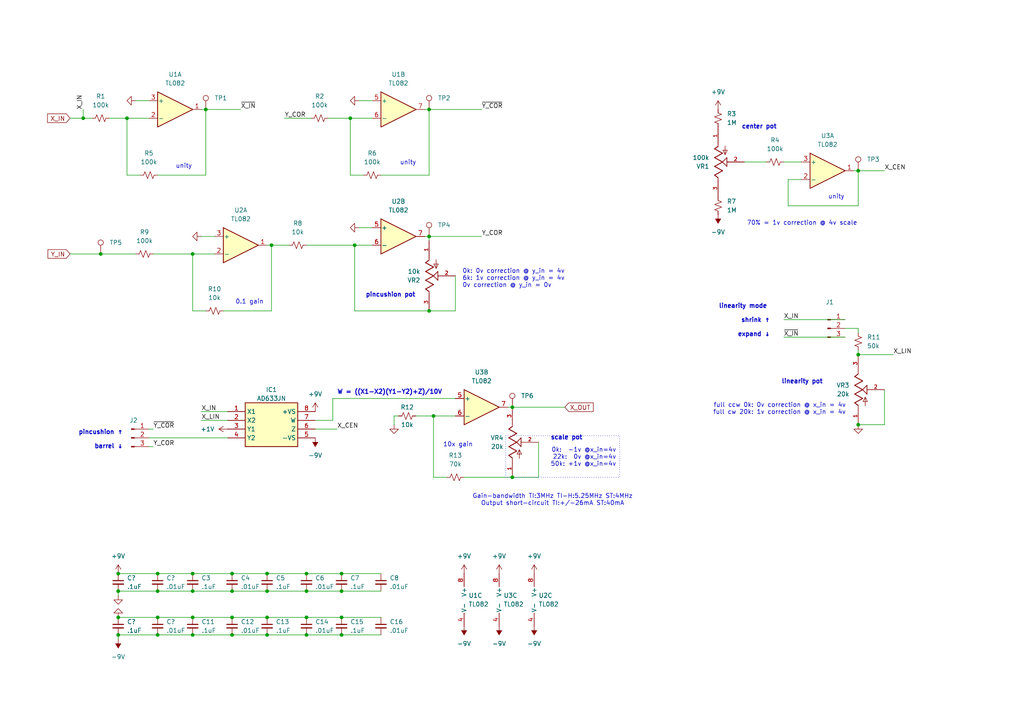
<source format=kicad_sch>
(kicad_sch (version 20231120) (generator "eeschema") (generator_version "8.0")
  (paper "A4")
  (lib_symbols
    (symbol "3362P-1-103LF:3362P-1-103LF" (pin_names (offset 1.016))
      (property "Reference" "VR" (at -10.1818 2.5465 0))
      (property "Value" "3362P-1-103LF" (at -10.1645 -7.6423 0))
      (symbol "3362P-1-103LF_0_0"
        (polyline (pts (xy -5.08 0) (xy -4.572 0)) (stroke (width 0.1524)))
        (polyline (pts (xy -4.699 -2.032) (xy -2.159 -2.032)) (stroke (width 0.1524)))
        (polyline (pts (xy -4.572 0) (xy -3.81 1.016)) (stroke (width 0.254)))
        (polyline (pts (xy -3.81 1.016) (xy -2.54 -1.27)) (stroke (width 0.254)))
        (polyline (pts (xy -3.429 -2.667) (xy -3.429 -1.397)) (stroke (width 0.1524)))
        (polyline (pts (xy -3.429 -1.397) (xy -2.159 -2.032)) (stroke (width 0.1524)))
        (polyline (pts (xy -2.54 -1.27) (xy -1.27 1.016)) (stroke (width 0.254)))
        (polyline (pts (xy -2.159 -2.032) (xy -3.429 -2.667)) (stroke (width 0.1524)))
        (polyline (pts (xy -1.27 -2.54) (xy 0 -1.27)) (stroke (width 0.2032)))
        (polyline (pts (xy -1.27 1.016) (xy 0 -1.27)) (stroke (width 0.254)))
        (polyline (pts (xy 0 -1.27) (xy 1.27 -2.54)) (stroke (width 0.2032)))
        (polyline (pts (xy 0 -1.27) (xy 1.27 1.016)) (stroke (width 0.254)))
        (polyline (pts (xy 1.27 -2.54) (xy -1.27 -2.54)) (stroke (width 0.2032)))
        (polyline (pts (xy 1.27 1.016) (xy 2.54 -1.27)) (stroke (width 0.254)))
        (polyline (pts (xy 2.54 -1.27) (xy 3.81 1.016)) (stroke (width 0.254)))
        (polyline (pts (xy 3.81 1.016) (xy 4.572 0)) (stroke (width 0.254)))
        (polyline (pts (xy 4.572 0) (xy 5.08 0)) (stroke (width 0.1524)))
        (pin passive line (at -10.16 0 0) (length 5.08) (name "~") (number "1"))
        (pin passive line (at 0 -7.62 90) (length 5.08) (name "~") (number "2"))
        (pin passive line (at 10.16 0 180) (length 5.08) (name "~") (number "3"))
      )
    )
    (symbol "AD633JN:AD633JN"
      (property "Reference" "IC" (at 21.59 7.62 0))
      (property "Value" "AD633JN" (at 21.59 5.08 0))
      (symbol "AD633JN_1_1"
        (rectangle (start 5.08 2.54) (end 20.32 -10.16) (stroke (width 0.254)) (fill (type background)))
        (pin passive line (at 0 0 0) (length 5.08) (name "X1") (number "1"))
        (pin passive line (at 0 -2.54 0) (length 5.08) (name "X2") (number "2"))
        (pin passive line (at 0 -5.08 0) (length 5.08) (name "Y1") (number "3"))
        (pin passive line (at 0 -7.62 0) (length 5.08) (name "Y2") (number "4"))
        (pin passive line (at 25.4 -7.62 180) (length 5.08) (name "-VS") (number "5"))
        (pin passive line (at 25.4 -5.08 180) (length 5.08) (name "Z") (number "6"))
        (pin passive line (at 25.4 -2.54 180) (length 5.08) (name "W") (number "7"))
        (pin passive line (at 25.4 0 180) (length 5.08) (name "+VS") (number "8"))
      )
    )
    (symbol "Amplifier_Operational:TL082" (pin_names (offset 0.127))
      (property "Reference" "U" (at 0 5.08 0))
      (property "Value" "TL082" (at 0 -5.08 0))
      (symbol "TL082_1_1"
        (polyline (pts (xy -5.08 5.08) (xy 5.08 0) (xy -5.08 -5.08) (xy -5.08 5.08)) (stroke (width 0.254)) (fill (type background)))
        (pin output line (at 7.62 0 180) (length 2.54) (name "~") (number "1"))
        (pin input line (at -7.62 -2.54 0) (length 2.54) (name "-") (number "2"))
        (pin input line (at -7.62 2.54 0) (length 2.54) (name "+") (number "3"))
      )
      (symbol "TL082_2_1"
        (polyline (pts (xy -5.08 5.08) (xy 5.08 0) (xy -5.08 -5.08) (xy -5.08 5.08)) (stroke (width 0.254)) (fill (type background)))
        (pin input line (at -7.62 2.54 0) (length 2.54) (name "+") (number "5"))
        (pin input line (at -7.62 -2.54 0) (length 2.54) (name "-") (number "6"))
        (pin output line (at 7.62 0 180) (length 2.54) (name "~") (number "7"))
      )
      (symbol "TL082_3_1"
        (pin power_in line (at -2.54 -7.62 90) (length 3.81) (name "V-") (number "4"))
        (pin power_in line (at -2.54 7.62 270) (length 3.81) (name "V+") (number "8"))
      )
    )
    (symbol "Connector:Conn_01x03_Male" (pin_names (offset 1.016) hide)
      (property "Reference" "J" (at 0 5.08 0))
      (property "Value" "Conn_01x03_Male" (at 0 -5.08 0))
      (symbol "Conn_01x03_Male_1_1"
        (polyline (pts (xy 1.27 -2.54) (xy 0.8636 -2.54)) (stroke (width 0.1524)))
        (polyline (pts (xy 1.27 0) (xy 0.8636 0)) (stroke (width 0.1524)))
        (polyline (pts (xy 1.27 2.54) (xy 0.8636 2.54)) (stroke (width 0.1524)))
        (rectangle (start 0.8636 -2.413) (end 0 -2.667) (stroke (width 0.1524)) (fill (type outline)))
        (rectangle (start 0.8636 0.127) (end 0 -0.127) (stroke (width 0.1524)) (fill (type outline)))
        (rectangle (start 0.8636 2.667) (end 0 2.413) (stroke (width 0.1524)) (fill (type outline)))
        (pin passive line (at 5.08 2.54 180) (length 3.81) (name "Pin_1") (number "1"))
        (pin passive line (at 5.08 0 180) (length 3.81) (name "Pin_2") (number "2"))
        (pin passive line (at 5.08 -2.54 180) (length 3.81) (name "Pin_3") (number "3"))
      )
    )
    (symbol "Connector:TestPoint" (pin_numbers hide) (pin_names (offset 0.762) hide)
      (property "Reference" "TP" (at 0 6.858 0))
      (property "Value" "TestPoint" (at 0 5.08 0))
      (symbol "TestPoint_0_1"
        (circle (center 0 3.302) (radius 0.762))
      )
      (symbol "TestPoint_1_1"
        (pin passive line (at 0 0 90) (length 2.54) (name "1") (number "1"))
      )
    )
    (symbol "Device:C_Small" (pin_numbers hide) (pin_names (offset 0.254) hide)
      (property "Reference" "C" (at 0.254 1.778 0))
      (property "Value" "C_Small" (at 0.254 -2.032 0))
      (symbol "C_Small_0_1"
        (polyline (pts (xy -1.524 -0.508) (xy 1.524 -0.508)) (stroke (width 0.3302)))
        (polyline (pts (xy -1.524 0.508) (xy 1.524 0.508)) (stroke (width 0.3048)))
      )
      (symbol "C_Small_1_1"
        (pin passive line (at 0 2.54 270) (length 2.032) (name "~") (number "1"))
        (pin passive line (at 0 -2.54 90) (length 2.032) (name "~") (number "2"))
      )
    )
    (symbol "Device:R_Small_US" (pin_numbers hide) (pin_names (offset 0.254) hide)
      (property "Reference" "R" (at 0.762 0.508 0))
      (property "Value" "R_Small_US" (at 0.762 -1.016 0))
      (symbol "R_Small_US_1_1"
        (polyline (pts (xy 0 0) (xy 1.016 -0.381) (xy 0 -0.762) (xy -1.016 -1.143) (xy 0 -1.524)))
        (polyline (pts (xy 0 1.524) (xy 1.016 1.143) (xy 0 0.762) (xy -1.016 0.381) (xy 0 0)))
        (pin passive line (at 0 2.54 270) (length 1.016) (name "~") (number "1"))
        (pin passive line (at 0 -2.54 90) (length 1.016) (name "~") (number "2"))
      )
    )
    (symbol "power:+1V0" (power) (pin_numbers hide) (pin_names (offset 0) hide)
      (property "Value" "+1V0" (at 0 3.556 0))
      (symbol "+1V0_0_1"
        (polyline (pts (xy -0.762 1.27) (xy 0 2.54)))
        (polyline (pts (xy 0 0) (xy 0 2.54)))
        (polyline (pts (xy 0 2.54) (xy 0.762 1.27)))
      )
      (symbol "+1V0_1_1"
        (pin power_in line (at 0 0 90) (length 0) (name "~") (number "1"))
      )
    )
    (symbol "power:+9V" (power) (pin_numbers hide) (pin_names (offset 0) hide)
      (property "Value" "+9V" (at 0 3.556 0))
      (symbol "+9V_0_1"
        (polyline (pts (xy -0.762 1.27) (xy 0 2.54)))
        (polyline (pts (xy 0 0) (xy 0 2.54)))
        (polyline (pts (xy 0 2.54) (xy 0.762 1.27)))
      )
      (symbol "+9V_1_1"
        (pin power_in line (at 0 0 90) (length 0) (name "~") (number "1"))
      )
    )
    (symbol "power:-9V" (power) (pin_numbers hide) (pin_names (offset 0) hide)
      (property "Value" "-9V" (at 0 3.556 0))
      (symbol "-9V_0_1"
        (polyline (pts (xy 0 0) (xy 0 2.54)))
        (polyline (pts (xy 0.762 1.27) (xy -0.762 1.27) (xy 0 2.54) (xy 0.762 1.27)) (fill (type outline)))
      )
      (symbol "-9V_1_1"
        (pin power_in line (at 0 0 90) (length 0) (name "~") (number "1"))
      )
    )
    (symbol "power:GND" (power) (pin_names (offset 0))
      (property "Value" "GND" (at 0 -3.81 0))
      (symbol "GND_0_1"
        (polyline (pts (xy 0 0) (xy 0 -1.27) (xy 1.27 -1.27) (xy 0 -2.54) (xy -1.27 -1.27) (xy 0 -1.27)))
      )
      (symbol "GND_1_1"
        (pin power_in line (at 0 0 270) (length 0) hide (name "GND") (number "1"))
      )
    )
  )
  (junction (at 124.46 90.17))
  (junction (at 34.29 179.07))
  (junction (at 45.72 171.45))
  (junction (at 148.59 118.11))
  (junction (at 67.31 184.15))
  (junction (at 99.06 166.37))
  (junction (at 55.88 166.37))
  (junction (at 36.83 34.29))
  (junction (at 124.46 68.58))
  (junction (at 248.92 123.19))
  (junction (at 101.6 34.29))
  (junction (at 55.88 184.15))
  (junction (at 88.9 166.37))
  (junction (at 148.59 138.43))
  (junction (at 45.72 166.37))
  (junction (at 34.29 171.45))
  (junction (at 67.31 179.07))
  (junction (at 45.72 184.15))
  (junction (at 99.06 184.15))
  (junction (at 77.47 184.15))
  (junction (at 45.72 179.07))
  (junction (at 24.13 34.29))
  (junction (at 55.88 171.45))
  (junction (at 124.46 31.75))
  (junction (at 102.87 71.12))
  (junction (at 248.92 49.53))
  (junction (at 77.47 166.37))
  (junction (at 67.31 166.37))
  (junction (at 59.69 31.75))
  (junction (at 88.9 171.45))
  (junction (at 34.29 166.37))
  (junction (at 78.74 71.12))
  (junction (at 55.88 73.66))
  (junction (at 34.29 184.15))
  (junction (at 77.47 171.45))
  (junction (at 77.47 179.07))
  (junction (at 99.06 179.07))
  (junction (at 55.88 179.07))
  (junction (at 88.9 179.07))
  (junction (at 125.73 120.65))
  (junction (at 88.9 184.15))
  (junction (at 29.21 73.66))
  (junction (at 248.92 102.87))
  (junction (at 99.06 171.45))
  (junction (at 67.31 171.45))
  (wire (pts (xy 39.37 29.21) (xy 43.18 29.21)))
  (wire (pts (xy 110.49 50.8) (xy 124.46 50.8)))
  (wire (pts (xy 44.45 129.54) (xy 43.18 129.54)))
  (wire (pts (xy 67.31 171.45) (xy 77.47 171.45)))
  (wire (pts (xy 55.88 184.15) (xy 67.31 184.15)))
  (wire (pts (xy 102.87 71.12) (xy 102.87 90.17)))
  (wire (pts (xy 67.31 166.37) (xy 77.47 166.37)))
  (wire (pts (xy 67.31 184.15) (xy 77.47 184.15)))
  (wire (pts (xy 31.75 34.29) (xy 36.83 34.29)))
  (wire (pts (xy 114.3 120.65) (xy 114.3 123.19)))
  (wire (pts (xy 96.52 115.57) (xy 132.08 115.57)))
  (wire (pts (xy 34.29 184.15) (xy 34.29 185.42)))
  (wire (pts (xy 124.46 69.85) (xy 124.46 68.58)))
  (wire (pts (xy 36.83 34.29) (xy 43.18 34.29)))
  (wire (pts (xy 132.08 90.17) (xy 124.46 90.17)))
  (wire (pts (xy 228.6 52.07) (xy 232.41 52.07)))
  (wire (pts (xy 78.74 71.12) (xy 77.47 71.12)))
  (wire (pts (xy 45.72 171.45) (xy 55.88 171.45)))
  (wire (pts (xy 77.47 171.45) (xy 88.9 171.45)))
  (wire (pts (xy 248.92 102.87) (xy 248.92 101.6)))
  (wire (pts (xy 67.31 179.07) (xy 77.47 179.07)))
  (wire (pts (xy 248.92 49.53) (xy 247.65 49.53)))
  (wire (pts (xy 248.92 59.69) (xy 248.92 49.53)))
  (wire (pts (xy 78.74 71.12) (xy 83.82 71.12)))
  (wire (pts (xy 82.55 34.29) (xy 90.17 34.29)))
  (wire (pts (xy 91.44 124.46) (xy 97.79 124.46)))
  (wire (pts (xy 102.87 90.17) (xy 124.46 90.17)))
  (wire (pts (xy 24.13 31.75) (xy 24.13 34.29)))
  (wire (pts (xy 124.46 68.58) (xy 123.19 68.58)))
  (wire (pts (xy 99.06 171.45) (xy 110.49 171.45)))
  (wire (pts (xy 104.14 66.04) (xy 107.95 66.04)))
  (wire (pts (xy 58.42 68.58) (xy 62.23 68.58)))
  (wire (pts (xy 248.92 49.53) (xy 256.54 49.53)))
  (wire (pts (xy 77.47 166.37) (xy 88.9 166.37)))
  (wire (pts (xy 45.72 166.37) (xy 55.88 166.37)))
  (wire (pts (xy 24.13 34.29) (xy 26.67 34.29)))
  (wire (pts (xy 34.29 179.07) (xy 45.72 179.07)))
  (wire (pts (xy 124.46 68.58) (xy 139.7 68.58)))
  (wire (pts (xy 132.08 80.01) (xy 132.08 90.17)))
  (wire (pts (xy 64.77 90.17) (xy 78.74 90.17)))
  (wire (pts (xy 156.21 128.27) (xy 156.21 138.43)))
  (wire (pts (xy 99.06 166.37) (xy 110.49 166.37)))
  (wire (pts (xy 55.88 179.07) (xy 67.31 179.07)))
  (wire (pts (xy 104.14 29.21) (xy 107.95 29.21)))
  (wire (pts (xy 44.45 124.46) (xy 43.18 124.46)))
  (wire (pts (xy 44.45 73.66) (xy 55.88 73.66)))
  (wire (pts (xy 156.21 138.43) (xy 148.59 138.43)))
  (wire (pts (xy 59.69 90.17) (xy 55.88 90.17)))
  (wire (pts (xy 88.9 71.12) (xy 102.87 71.12)))
  (wire (pts (xy 59.69 31.75) (xy 59.69 50.8)))
  (wire (pts (xy 34.29 171.45) (xy 45.72 171.45)))
  (wire (pts (xy 55.88 171.45) (xy 67.31 171.45)))
  (wire (pts (xy 78.74 90.17) (xy 78.74 71.12)))
  (wire (pts (xy 88.9 166.37) (xy 99.06 166.37)))
  (wire (pts (xy 248.92 95.25) (xy 248.92 96.52)))
  (wire (pts (xy 124.46 31.75) (xy 139.7 31.75)))
  (wire (pts (xy 88.9 179.07) (xy 99.06 179.07)))
  (wire (pts (xy 45.72 184.15) (xy 55.88 184.15)))
  (wire (pts (xy 77.47 179.07) (xy 88.9 179.07)))
  (wire (pts (xy 124.46 31.75) (xy 123.19 31.75)))
  (wire (pts (xy 215.9 46.99) (xy 222.25 46.99)))
  (wire (pts (xy 99.06 184.15) (xy 110.49 184.15)))
  (wire (pts (xy 88.9 171.45) (xy 99.06 171.45)))
  (wire (pts (xy 120.65 120.65) (xy 125.73 120.65)))
  (wire (pts (xy 99.06 179.07) (xy 110.49 179.07)))
  (wire (pts (xy 125.73 120.65) (xy 132.08 120.65)))
  (wire (pts (xy 148.59 118.11) (xy 147.32 118.11)))
  (wire (pts (xy 228.6 52.07) (xy 228.6 59.69)))
  (wire (pts (xy 101.6 34.29) (xy 101.6 50.8)))
  (wire (pts (xy 88.9 184.15) (xy 99.06 184.15)))
  (wire (pts (xy 45.72 179.07) (xy 55.88 179.07)))
  (wire (pts (xy 227.33 46.99) (xy 232.41 46.99)))
  (wire (pts (xy 95.25 34.29) (xy 101.6 34.29)))
  (wire (pts (xy 148.59 118.11) (xy 163.83 118.11)))
  (wire (pts (xy 124.46 50.8) (xy 124.46 31.75)))
  (wire (pts (xy 34.29 171.45) (xy 34.29 172.72)))
  (wire (pts (xy 55.88 73.66) (xy 62.23 73.66)))
  (wire (pts (xy 245.11 95.25) (xy 248.92 95.25)))
  (wire (pts (xy 102.87 71.12) (xy 107.95 71.12)))
  (wire (pts (xy 129.54 138.43) (xy 125.73 138.43)))
  (wire (pts (xy 55.88 166.37) (xy 67.31 166.37)))
  (wire (pts (xy 43.18 127) (xy 66.04 127)))
  (wire (pts (xy 58.42 119.38) (xy 66.04 119.38)))
  (wire (pts (xy 77.47 184.15) (xy 88.9 184.15)))
  (wire (pts (xy 227.33 97.79) (xy 245.11 97.79)))
  (wire (pts (xy 59.69 31.75) (xy 69.85 31.75)))
  (wire (pts (xy 96.52 121.92) (xy 96.52 115.57)))
  (wire (pts (xy 59.69 31.75) (xy 58.42 31.75)))
  (wire (pts (xy 34.29 166.37) (xy 45.72 166.37)))
  (wire (pts (xy 125.73 120.65) (xy 125.73 138.43)))
  (wire (pts (xy 36.83 34.29) (xy 36.83 50.8)))
  (wire (pts (xy 227.33 92.71) (xy 245.11 92.71)))
  (wire (pts (xy 40.64 50.8) (xy 36.83 50.8)))
  (wire (pts (xy 20.32 73.66) (xy 29.21 73.66)))
  (wire (pts (xy 55.88 73.66) (xy 55.88 90.17)))
  (wire (pts (xy 58.42 121.92) (xy 66.04 121.92)))
  (wire (pts (xy 115.57 120.65) (xy 114.3 120.65)))
  (wire (pts (xy 248.92 102.87) (xy 259.08 102.87)))
  (wire (pts (xy 29.21 73.66) (xy 39.37 73.66)))
  (wire (pts (xy 45.72 50.8) (xy 59.69 50.8)))
  (wire (pts (xy 20.32 34.29) (xy 24.13 34.29)))
  (wire (pts (xy 256.54 113.03) (xy 256.54 123.19)))
  (wire (pts (xy 256.54 123.19) (xy 248.92 123.19)))
  (wire (pts (xy 101.6 34.29) (xy 107.95 34.29)))
  (wire (pts (xy 34.29 184.15) (xy 45.72 184.15)))
  (wire (pts (xy 91.44 121.92) (xy 96.52 121.92)))
  (wire (pts (xy 105.41 50.8) (xy 101.6 50.8)))
  (wire (pts (xy 228.6 59.69) (xy 248.92 59.69)))
  (wire (pts (xy 134.62 138.43) (xy 148.59 138.43)))
  (text_box "0k:  -1v @x_in=4v\n22k:  0v @x_in=4v\n50k: +1v @x_in=4v\n" (at 146.685 126.365 0) (size 33.02 12.065) (stroke (width 0) (type dot)) (effects (font (size 1.27 1.27)) (justify right)))
  (text "linearity pot" (at 232.664 110.744 0) (effects (font (size 1.27 1.27) (thickness 0.254) (bold yes))))
  (text "W = ((X1−X2)(Y1−Y2)+Z)/10V" (at 113.03 113.792 0) (effects (font (size 1.27 1.27) (thickness 0.254) (bold yes))))
  (text "0.1 gain" (at 72.39 87.63 0) (effects (font (size 1.27 1.27))))
  (text "Gain-bandwidth TI:3MHz TI-H:5.25MHz ST:4MHz\nOutput short-circuit TI:+/-26mA ST:40mA" (at 160.274 145.034 0) (effects (font (size 1.27 1.27))))
  (text "linearity mode \n\nshrink ↑\n\nexpand ↓" (at 223.52 92.964 0) (effects (font (size 1.27 1.27) (thickness 0.254) (bold yes)) (justify right)))
  (text "scale pot" (at 164.338 127 0) (effects (font (size 1.27 1.27) (thickness 0.254) (bold yes))))
  (text "pincushion ↑\n\nbarrel ↓" (at 35.814 127.508 0) (effects (font (size 1.27 1.27) (thickness 0.254) (bold yes)) (justify right)))
  (text "unity" (at 53.34 48.26 0) (effects (font (size 1.27 1.27))))
  (text "unity" (at 118.364 47.244 0) (effects (font (size 1.27 1.27))))
  (text "pincushion pot" (at 113.284 85.598 0) (effects (font (size 1.27 1.27) (thickness 0.254) (bold yes))))
  (text "full ccw 0k: 0v correction @ x_in = 4v\nfull cw 20k: 1v correction @ x_in = 4v\n" (at 245.364 118.618 0) (effects (font (size 1.27 1.27)) (justify right)))
  (text "center pot\n" (at 220.218 36.83 0) (effects (font (size 1.27 1.27) (thickness 0.254) (bold yes))))
  (text "unity" (at 242.57 57.15 0) (effects (font (size 1.27 1.27))))
  (text "0k: 0v correction @ y_in = 4v\n6k: 1v correction @ y_in = 4v\n0v correction @ y_in = 0v\n" (at 134.112 80.772 0) (effects (font (size 1.27 1.27)) (justify left)))
  (text "70% = 1v correction @ 4v scale\n" (at 248.666 64.77 0) (effects (font (size 1.27 1.27)) (justify right)))
  (text "10x gain" (at 132.842 129.032 0) (effects (font (size 1.27 1.27))))
  (label "~{X_IN}" (at 227.33 97.79 0))
  (label "Y_COR" (at 44.45 129.54 0))
  (label "Y_COR" (at 139.7 68.58 0))
  (label "X_LIN" (at 58.42 121.92 0))
  (label "Y_COR" (at 82.55 34.29 0))
  (label "X_IN" (at 58.42 119.38 0))
  (label "~{X_IN}" (at 69.85 31.75 0))
  (label "~{Y_COR}" (at 139.7 31.75 0))
  (label "X_IN" (at 24.13 31.75 90))
  (label "X_IN" (at 227.33 92.71 0))
  (label "~{Y_COR}" (at 44.45 124.46 0))
  (label "X_CEN" (at 256.54 49.53 0))
  (label "X_LIN" (at 259.08 102.87 0))
  (label "X_CEN" (at 97.79 124.46 0))
  (global_label "X_IN" (shape input) (at 20.32 34.29 180) (property "Intersheetrefs" "${INTERSHEET_REFS}" (effects (hide yes))))
  (global_label "X_OUT" (shape input) (at 163.83 118.11 0) (property "Intersheetrefs" "${INTERSHEET_REFS}" (effects (hide yes))))
  (global_label "Y_IN" (shape input) (at 20.32 73.66 180) (property "Intersheetrefs" "${INTERSHEET_REFS}" (effects (hide yes))))
  (symbol (lib_id "Connector:TestPoint") (at 148.59 118.11 0) (unit 1) (exclude_from_sim yes)
    (property "Reference" "TP6" (at 151.13 114.8079 0) (effects (justify left)))
    (property "Value" "TestPoint" (effects (hide yes)))
    (property "Footprint" "TestPoint:TestPoint_THTPad_1.0x1.0mm_Drill0.5mm" (effects (hide yes)))
    (property "Description" "test point" (effects (hide yes)))
  )
  (symbol (lib_id "power:GND") (at 114.3 123.19 0) (unit 1) (exclude_from_sim yes)
    (property "Reference" "#PWR08" (effects (hide yes)))
    (property "Value" "GND" (effects (hide yes)))
  )
  (symbol (lib_id "Device:C_Small") (at 77.47 168.91 0) (unit 1) (exclude_from_sim yes)
    (property "Reference" "C5" (at 80.01 167.6462 0) (effects (justify left)))
    (property "Value" ".1uF" (at 80.01 170.1862 0) (effects (justify left)))
    (property "Footprint" "Capacitor_THT:C_Rect_L4.6mm_W2.0mm_P2.50mm_MKS02_FKP02" (effects (hide yes)))
  )
  (symbol (lib_id "Device:C_Small") (at 67.31 168.91 0) (unit 1) (exclude_from_sim yes)
    (property "Reference" "C4" (at 69.85 167.6462 0) (effects (justify left)))
    (property "Value" ".01uF" (at 69.85 170.1862 0) (effects (justify left)))
    (property "Footprint" "Capacitor_THT:C_Rect_L4.6mm_W2.0mm_P2.50mm_MKS02_FKP02" (effects (hide yes)))
  )
  (symbol (lib_id "Amplifier_Operational:TL082") (at 50.8 31.75 0) (unit 1) (exclude_from_sim yes)
    (property "Reference" "U1" (at 50.8 21.59 0))
    (property "Value" "TL082" (at 50.8 24.13 0))
    (property "Footprint" "Package_DIP:DIP-8_W7.62mm_Socket" (effects (hide yes)))
    (property "Datasheet" "http://www.ti.com/lit/ds/symlink/tl081.pdf" (effects (hide yes)))
    (property "Description" "Dual JFET-Input Operational Amplifiers, DIP-8/SOIC-8/SSOP-8" (effects (hide yes)))
    (property "Sim.Pins" "3=in+ 2=in- 8=vcc 4=vee 1=out" (effects (hide yes)))
    (property "Sim.Device" "SUBCKT" (effects (hide yes)))
    (property "Sim.Library" "${KICAD7_SYMBOL_DIR}/Simulation_SPICE.sp" (effects (hide yes)))
    (property "Sim.Name" "kicad_builtin_opamp" (effects (hide yes)))
  )
  (symbol (lib_id "Amplifier_Operational:TL082") (at 240.03 49.53 0) (unit 1) (exclude_from_sim yes)
    (property "Reference" "U3" (at 240.03 39.37 0))
    (property "Value" "TL082" (at 240.03 41.91 0))
    (property "Footprint" "Package_DIP:DIP-8_W7.62mm_Socket" (effects (hide yes)))
    (property "Datasheet" "http://www.ti.com/lit/ds/symlink/tl081.pdf" (effects (hide yes)))
    (property "Description" "Dual JFET-Input Operational Amplifiers, DIP-8/SOIC-8/SSOP-8" (effects (hide yes)))
    (property "Sim.Pins" "3=in+ 2=in- 8=vcc 4=vee 1=out" (effects (hide yes)))
    (property "Sim.Device" "SUBCKT" (effects (hide yes)))
    (property "Sim.Library" "${KICAD7_SYMBOL_DIR}/Simulation_SPICE.sp" (effects (hide yes)))
    (property "Sim.Name" "kicad_builtin_opamp" (effects (hide yes)))
  )
  (symbol (lib_id "power:+9V") (at 34.29 166.37 0) (unit 1) (exclude_from_sim yes)
    (property "Reference" "#PWR012" (effects (hide yes)))
    (property "Value" "+9V" (at 34.29 161.29 0))
    (property "Description" "Power symbol creates a global label with name \"+9V\"" (effects (hide yes)))
  )
  (symbol (lib_id "power:GND") (at 104.14 29.21 270) (unit 1) (exclude_from_sim yes)
    (property "Reference" "#PWR02" (effects (hide yes)))
    (property "Value" "GND" (effects (hide yes)))
  )
  (symbol (lib_id "power:-9V") (at 134.62 181.61 180) (unit 1) (exclude_from_sim yes)
    (property "Reference" "#PWR018" (effects (hide yes)))
    (property "Value" "-9V" (at 134.62 186.69 0))
    (property "Description" "Power symbol creates a global label with name \"-9V\"" (effects (hide yes)))
  )
  (symbol (lib_id "Connector:TestPoint") (at 248.92 49.53 0) (unit 1) (exclude_from_sim yes)
    (property "Reference" "TP3" (at 251.46 46.2279 0) (effects (justify left)))
    (property "Value" "TestPoint" (effects (hide yes)))
    (property "Footprint" "TestPoint:TestPoint_THTPad_1.0x1.0mm_Drill0.5mm" (effects (hide yes)))
    (property "Description" "test point" (effects (hide yes)))
  )
  (symbol (lib_id "Device:R_Small_US") (at 208.28 59.69 180) (unit 1) (exclude_from_sim yes)
    (property "Reference" "R7" (at 210.82 58.4199 0) (effects (justify right)))
    (property "Value" "1M" (at 210.82 60.9599 0) (effects (justify right)))
    (property "Footprint" "Resistor_THT:R_Axial_DIN0207_L6.3mm_D2.5mm_P10.16mm_Horizontal" (effects (hide yes)))
  )
  (symbol (lib_id "Device:C_Small") (at 77.47 181.61 0) (unit 1) (exclude_from_sim yes)
    (property "Reference" "C13" (at 80.01 180.3462 0) (effects (justify left)))
    (property "Value" ".1uF" (at 80.01 182.8862 0) (effects (justify left)))
    (property "Footprint" "Capacitor_THT:C_Rect_L4.6mm_W2.0mm_P2.50mm_MKS02_FKP02" (effects (hide yes)))
  )
  (symbol (lib_id "Amplifier_Operational:TL082") (at 139.7 118.11 0) (unit 2) (exclude_from_sim yes)
    (property "Reference" "U3" (at 139.7 107.95 0))
    (property "Value" "TL082" (at 139.7 110.49 0))
    (property "Footprint" "Package_DIP:DIP-8_W7.62mm_Socket" (effects (hide yes)))
    (property "Datasheet" "http://www.ti.com/lit/ds/symlink/tl081.pdf" (effects (hide yes)))
    (property "Description" "Dual JFET-Input Operational Amplifiers, DIP-8/SOIC-8/SSOP-8" (effects (hide yes)))
    (property "Sim.Pins" "3=in+ 2=in- 8=vcc 4=vee 1=out" (effects (hide yes)))
    (property "Sim.Device" "SUBCKT" (effects (hide yes)))
    (property "Sim.Library" "${KICAD7_SYMBOL_DIR}/Simulation_SPICE.sp" (effects (hide yes)))
    (property "Sim.Name" "kicad_builtin_opamp" (effects (hide yes)))
  )
  (symbol (lib_id "Device:C_Small") (at 99.06 181.61 0) (unit 1) (exclude_from_sim yes)
    (property "Reference" "C15" (at 101.6 180.3462 0) (effects (justify left)))
    (property "Value" ".1uF" (at 101.6 182.8862 0) (effects (justify left)))
    (property "Footprint" "Capacitor_THT:C_Rect_L4.6mm_W2.0mm_P2.50mm_MKS02_FKP02" (effects (hide yes)))
  )
  (symbol (lib_id "Device:R_Small_US") (at 107.95 50.8 90) (unit 1) (exclude_from_sim yes)
    (property "Reference" "R6" (at 107.95 44.45 90))
    (property "Value" "100k" (at 107.95 46.99 90))
    (property "Footprint" "Resistor_THT:R_Axial_DIN0207_L6.3mm_D2.5mm_P10.16mm_Horizontal" (effects (hide yes)))
  )
  (symbol (lib_id "power:GND") (at 39.37 29.21 270) (unit 1) (exclude_from_sim yes)
    (property "Reference" "#PWR01" (effects (hide yes)))
    (property "Value" "GND" (effects (hide yes)))
  )
  (symbol (lib_id "power:GND") (at 58.42 68.58 270) (unit 1) (exclude_from_sim yes)
    (property "Reference" "#PWR06" (effects (hide yes)))
    (property "Value" "GND" (effects (hide yes)))
  )
  (symbol (lib_id "power:-9V") (at 91.44 127 180) (unit 1) (exclude_from_sim yes)
    (property "Reference" "#PWR011" (effects (hide yes)))
    (property "Value" "-9V" (at 91.44 132.08 0))
    (property "Description" "Power symbol creates a global label with name \"-9V\"" (effects (hide yes)))
  )
  (symbol (lib_id "Device:C_Small") (at 88.9 168.91 0) (unit 1) (exclude_from_sim yes)
    (property "Reference" "C6" (at 91.44 167.6462 0) (effects (justify left)))
    (property "Value" ".01uF" (at 91.44 170.1862 0) (effects (justify left)))
    (property "Footprint" "Capacitor_THT:C_Rect_L4.6mm_W2.0mm_P2.50mm_MKS02_FKP02" (effects (hide yes)))
  )
  (symbol (lib_id "power:-9V") (at 34.29 185.42 180) (unit 1) (exclude_from_sim yes)
    (property "Reference" "#PWR021" (effects (hide yes)))
    (property "Value" "-9V" (at 34.29 190.5 0))
    (property "Description" "Power symbol creates a global label with name \"-9V\"" (effects (hide yes)))
  )
  (symbol (lib_id "3362P-1-103LF:3362P-1-103LF") (at 248.92 113.03 90) (unit 1) (exclude_from_sim yes)
    (property "Reference" "VR3" (at 246.38 111.7599 90) (effects (justify left)))
    (property "Value" "20k" (at 246.38 114.2999 90) (effects (justify left)))
    (property "Footprint" "3362P_1_103LF:TRIM_3362P-1-103LF" (effects (hide yes)))
    (property "PARTREV" "08/26/10" (effects (hide yes)))
    (property "MF" "Bourns" (effects (hide yes)))
    (property "MP" "3362P-1-205LF" (effects (hide yes)))
    (property "STANDARD" "Manufacturer Recommendation" (effects (hide yes)))
  )
  (symbol (lib_id "power:+1V0") (at 66.04 124.46 90) (unit 1) (exclude_from_sim yes)
    (property "Reference" "#PWR010" (effects (hide yes)))
    (property "Value" "+1V" (at 62.23 124.4599 90) (effects (justify left)))
    (property "Description" "Power symbol creates a global label with name \"+1V0\"" (effects (hide yes)))
  )
  (symbol (lib_id "Device:C_Small") (at 67.31 181.61 0) (unit 1) (exclude_from_sim yes)
    (property "Reference" "C12" (at 69.85 180.3462 0) (effects (justify left)))
    (property "Value" ".01uF" (at 69.85 182.8862 0) (effects (justify left)))
    (property "Footprint" "Capacitor_THT:C_Rect_L4.6mm_W2.0mm_P2.50mm_MKS02_FKP02" (effects (hide yes)))
  )
  (symbol (lib_id "Amplifier_Operational:TL082") (at 115.57 31.75 0) (unit 2) (exclude_from_sim yes)
    (property "Reference" "U1" (at 115.57 21.59 0))
    (property "Value" "TL082" (at 115.57 24.13 0))
    (property "Footprint" "Package_DIP:DIP-8_W7.62mm_Socket" (effects (hide yes)))
    (property "Datasheet" "http://www.ti.com/lit/ds/symlink/tl081.pdf" (effects (hide yes)))
    (property "Description" "Dual JFET-Input Operational Amplifiers, DIP-8/SOIC-8/SSOP-8" (effects (hide yes)))
    (property "Sim.Pins" "3=in+ 2=in- 8=vcc 4=vee 1=out" (effects (hide yes)))
    (property "Sim.Device" "SUBCKT" (effects (hide yes)))
    (property "Sim.Library" "${KICAD7_SYMBOL_DIR}/Simulation_SPICE.sp" (effects (hide yes)))
    (property "Sim.Name" "kicad_builtin_opamp" (effects (hide yes)))
  )
  (symbol (lib_id "Device:C_Small") (at 34.29 168.91 0) (unit 1) (exclude_from_sim yes)
    (property "Reference" "C?" (at 36.83 167.6462 0) (effects (justify left)))
    (property "Value" ".1uF" (at 36.83 170.1862 0) (effects (justify left)))
    (property "Footprint" "Capacitor_THT:C_Rect_L4.6mm_W2.0mm_P2.50mm_MKS02_FKP02" (effects (hide yes)))
  )
  (symbol (lib_id "Device:R_Small_US") (at 132.08 138.43 90) (unit 1) (exclude_from_sim yes)
    (property "Reference" "R13" (at 132.08 132.08 90))
    (property "Value" "70k" (at 132.08 134.62 90))
    (property "Footprint" "Resistor_THT:R_Axial_DIN0207_L6.3mm_D2.5mm_P10.16mm_Horizontal" (effects (hide yes)))
  )
  (symbol (lib_id "3362P-1-103LF:3362P-1-103LF") (at 124.46 80.01 90) (mirror x) (unit 1)
    (property "Reference" "VR2" (at 121.92 81.2801 90) (effects (justify left)))
    (property "Value" "10k" (at 121.92 78.7401 90) (effects (justify left)))
    (property "Footprint" "3362P_1_103LF:TRIM_3362P-1-103LF" (effects (hide yes)))
    (property "PARTREV" "08/26/10" (effects (hide yes)))
    (property "MF" "Bourns" (effects (hide yes)))
    (property "MP" "3362P-1-205LF" (effects (hide yes)))
    (property "STANDARD" "Manufacturer Recommendation" (effects (hide yes)))
  )
  (symbol (lib_id "Device:C_Small") (at 88.9 181.61 0) (unit 1) (exclude_from_sim yes)
    (property "Reference" "C14" (at 91.44 180.3462 0) (effects (justify left)))
    (property "Value" ".01uF" (at 91.44 182.8862 0) (effects (justify left)))
    (property "Footprint" "Capacitor_THT:C_Rect_L4.6mm_W2.0mm_P2.50mm_MKS02_FKP02" (effects (hide yes)))
  )
  (symbol (lib_id "3362P-1-103LF:3362P-1-103LF") (at 148.59 128.27 90) (unit 1)
    (property "Reference" "VR4" (at 146.05 126.9999 90) (effects (justify left)))
    (property "Value" "20k" (at 146.05 129.5399 90) (effects (justify left)))
    (property "Footprint" "3362P_1_103LF:TRIM_3362P-1-103LF" (effects (hide yes)))
    (property "PARTREV" "08/26/10" (effects (hide yes)))
    (property "MF" "Bourns" (effects (hide yes)))
    (property "MP" "3362P-1-205LF" (effects (hide yes)))
    (property "STANDARD" "Manufacturer Recommendation" (effects (hide yes)))
  )
  (symbol (lib_id "Connector:Conn_01x03_Male") (at 38.1 127 0) (unit 1) (exclude_from_sim yes)
    (property "Reference" "J2" (at 38.735 121.92 0))
    (property "Value" "Conn_01x03_Male" (effects (hide yes)))
    (property "Footprint" "Connector_PinHeader_2.54mm:PinHeader_1x03_P2.54mm_Vertical" (effects (hide yes)))
  )
  (symbol (lib_id "Device:C_Small") (at 55.88 181.61 0) (unit 1) (exclude_from_sim yes)
    (property "Reference" "C11" (at 58.42 180.3462 0) (effects (justify left)))
    (property "Value" ".1uF" (at 58.42 182.8862 0) (effects (justify left)))
    (property "Footprint" "Capacitor_THT:C_Rect_L4.6mm_W2.0mm_P2.50mm_MKS02_FKP02" (effects (hide yes)))
  )
  (symbol (lib_id "power:GND") (at 34.29 172.72 0) (unit 1) (exclude_from_sim yes)
    (property "Reference" "#PWR?" (effects (hide yes)))
    (property "Value" "GND" (effects (hide yes)))
  )
  (symbol (lib_id "Connector:TestPoint") (at 29.21 73.66 0) (unit 1) (exclude_from_sim yes)
    (property "Reference" "TP5" (at 31.75 70.3579 0) (effects (justify left)))
    (property "Value" "TestPoint" (effects (hide yes)))
    (property "Footprint" "TestPoint:TestPoint_THTPad_1.0x1.0mm_Drill0.5mm" (effects (hide yes)))
    (property "Description" "test point" (effects (hide yes)))
  )
  (symbol (lib_id "Device:R_Small_US") (at 92.71 34.29 90) (unit 1) (exclude_from_sim yes)
    (property "Reference" "R2" (at 92.71 27.94 90))
    (property "Value" "100k" (at 92.71 30.48 90))
    (property "Footprint" "Resistor_THT:R_Axial_DIN0207_L6.3mm_D2.5mm_P10.16mm_Horizontal" (effects (hide yes)))
  )
  (symbol (lib_id "Amplifier_Operational:TL082") (at 157.48 173.99 0) (unit 3) (exclude_from_sim yes)
    (property "Reference" "U2" (at 156.21 172.7199 0) (effects (justify left)))
    (property "Value" "TL082" (at 156.21 175.2599 0) (effects (justify left)))
    (property "Footprint" "Package_DIP:DIP-8_W7.62mm_Socket" (effects (hide yes)))
    (property "Datasheet" "http://www.ti.com/lit/ds/symlink/tl081.pdf" (effects (hide yes)))
    (property "Description" "Dual JFET-Input Operational Amplifiers, DIP-8/SOIC-8/SSOP-8" (effects (hide yes)))
    (property "Sim.Pins" "3=in+ 2=in- 8=vcc 4=vee 1=out" (effects (hide yes)))
    (property "Sim.Device" "SUBCKT" (effects (hide yes)))
    (property "Sim.Library" "${KICAD7_SYMBOL_DIR}/Simulation_SPICE.sp" (effects (hide yes)))
    (property "Sim.Name" "kicad_builtin_opamp" (effects (hide yes)))
  )
  (symbol (lib_id "Device:C_Small") (at 34.29 181.61 0) (unit 1) (exclude_from_sim yes)
    (property "Reference" "C?" (at 36.83 180.3462 0) (effects (justify left)))
    (property "Value" ".1uF" (at 36.83 182.8862 0) (effects (justify left)))
    (property "Footprint" "Capacitor_THT:C_Rect_L4.6mm_W2.0mm_P2.50mm_MKS02_FKP02" (effects (hide yes)))
  )
  (symbol (lib_id "Device:C_Small") (at 99.06 168.91 0) (unit 1) (exclude_from_sim yes)
    (property "Reference" "C7" (at 101.6 167.6462 0) (effects (justify left)))
    (property "Value" ".1uF" (at 101.6 170.1862 0) (effects (justify left)))
    (property "Footprint" "Capacitor_THT:C_Rect_L4.6mm_W2.0mm_P2.50mm_MKS02_FKP02" (effects (hide yes)))
  )
  (symbol (lib_id "Device:R_Small_US") (at 43.18 50.8 90) (unit 1) (exclude_from_sim yes)
    (property "Reference" "R5" (at 43.18 44.45 90))
    (property "Value" "100k" (at 43.18 46.99 90))
    (property "Footprint" "Resistor_THT:R_Axial_DIN0207_L6.3mm_D2.5mm_P10.16mm_Horizontal" (effects (hide yes)))
  )
  (symbol (lib_id "power:GND") (at 104.14 66.04 270) (unit 1) (exclude_from_sim yes)
    (property "Reference" "#PWR05" (effects (hide yes)))
    (property "Value" "GND" (effects (hide yes)))
  )
  (symbol (lib_id "Device:C_Small") (at 55.88 168.91 0) (unit 1) (exclude_from_sim yes)
    (property "Reference" "C3" (at 58.42 167.6462 0) (effects (justify left)))
    (property "Value" ".1uF" (at 58.42 170.1862 0) (effects (justify left)))
    (property "Footprint" "Capacitor_THT:C_Rect_L4.6mm_W2.0mm_P2.50mm_MKS02_FKP02" (effects (hide yes)))
  )
  (symbol (lib_id "power:+9V") (at 134.62 166.37 0) (unit 1) (exclude_from_sim yes)
    (property "Reference" "#PWR013" (effects (hide yes)))
    (property "Value" "+9V" (at 134.62 161.29 0))
    (property "Description" "Power symbol creates a global label with name \"+9V\"" (effects (hide yes)))
  )
  (symbol (lib_id "power:GND") (at 248.92 123.19 0) (unit 1) (exclude_from_sim yes)
    (property "Reference" "#PWR09" (effects (hide yes)))
    (property "Value" "GND" (effects (hide yes)))
  )
  (symbol (lib_id "Device:R_Small_US") (at 208.28 34.29 180) (unit 1) (exclude_from_sim yes)
    (property "Reference" "R3" (at 210.82 33.0199 0) (effects (justify right)))
    (property "Value" "1M" (at 210.82 35.5599 0) (effects (justify right)))
    (property "Footprint" "Resistor_THT:R_Axial_DIN0207_L6.3mm_D2.5mm_P10.16mm_Horizontal" (effects (hide yes)))
  )
  (symbol (lib_id "power:+9V") (at 91.44 119.38 0) (unit 1) (exclude_from_sim yes)
    (property "Reference" "#PWR07" (effects (hide yes)))
    (property "Value" "+9V" (at 91.44 114.3 0))
    (property "Description" "Power symbol creates a global label with name \"+9V\"" (effects (hide yes)))
  )
  (symbol (lib_id "Amplifier_Operational:TL082") (at 147.32 173.99 0) (unit 3) (exclude_from_sim yes)
    (property "Reference" "U3" (at 146.05 172.7199 0) (effects (justify left)))
    (property "Value" "TL082" (at 146.05 175.2599 0) (effects (justify left)))
    (property "Footprint" "Package_DIP:DIP-8_W7.62mm_Socket" (effects (hide yes)))
    (property "Datasheet" "http://www.ti.com/lit/ds/symlink/tl081.pdf" (effects (hide yes)))
    (property "Description" "Dual JFET-Input Operational Amplifiers, DIP-8/SOIC-8/SSOP-8" (effects (hide yes)))
    (property "Sim.Pins" "3=in+ 2=in- 8=vcc 4=vee 1=out" (effects (hide yes)))
    (property "Sim.Device" "SUBCKT" (effects (hide yes)))
    (property "Sim.Library" "${KICAD7_SYMBOL_DIR}/Simulation_SPICE.sp" (effects (hide yes)))
    (property "Sim.Name" "kicad_builtin_opamp" (effects (hide yes)))
  )
  (symbol (lib_id "Device:R_Small_US") (at 41.91 73.66 90) (unit 1) (exclude_from_sim yes)
    (property "Reference" "R9" (at 41.91 67.31 90))
    (property "Value" "100k" (at 41.91 69.85 90))
    (property "Footprint" "Resistor_THT:R_Axial_DIN0207_L6.3mm_D2.5mm_P10.16mm_Horizontal" (effects (hide yes)))
  )
  (symbol (lib_id "Device:R_Small_US") (at 248.92 99.06 180) (unit 1) (exclude_from_sim yes)
    (property "Reference" "R11" (at 251.46 97.7899 0) (effects (justify right)))
    (property "Value" "50k" (at 251.46 100.3299 0) (effects (justify right)))
    (property "Footprint" "Resistor_THT:R_Axial_DIN0207_L6.3mm_D2.5mm_P10.16mm_Horizontal" (effects (hide yes)))
  )
  (symbol (lib_id "Connector:Conn_01x03_Male") (at 240.03 95.25 0) (unit 1) (exclude_from_sim yes)
    (property "Reference" "J1" (at 240.665 87.63 0))
    (property "Value" "Conn_01x03_Male" (effects (hide yes)))
    (property "Footprint" "Connector_PinHeader_2.54mm:PinHeader_1x03_P2.54mm_Vertical" (effects (hide yes)))
  )
  (symbol (lib_id "power:+9V") (at 208.28 31.75 0) (unit 1) (exclude_from_sim yes)
    (property "Reference" "#PWR03" (effects (hide yes)))
    (property "Value" "+9V" (at 208.28 26.67 0))
    (property "Description" "Power symbol creates a global label with name \"+9V\"" (effects (hide yes)))
  )
  (symbol (lib_id "Device:R_Small_US") (at 224.79 46.99 90) (unit 1) (exclude_from_sim yes)
    (property "Reference" "R4" (at 224.79 40.64 90))
    (property "Value" "100k" (at 224.79 43.18 90))
    (property "Footprint" "Resistor_THT:R_Axial_DIN0207_L6.3mm_D2.5mm_P10.16mm_Horizontal" (effects (hide yes)))
  )
  (symbol (lib_id "Device:C_Small") (at 45.72 181.61 0) (unit 1) (exclude_from_sim yes)
    (property "Reference" "C?" (at 48.26 180.3462 0) (effects (justify left)))
    (property "Value" ".01uF" (at 48.26 182.8862 0) (effects (justify left)))
    (property "Footprint" "Capacitor_THT:C_Rect_L4.6mm_W2.0mm_P2.50mm_MKS02_FKP02" (effects (hide yes)))
  )
  (symbol (lib_id "Device:C_Small") (at 110.49 181.61 0) (unit 1) (exclude_from_sim yes)
    (property "Reference" "C16" (at 113.03 180.3462 0) (effects (justify left)))
    (property "Value" ".01uF" (at 113.03 182.8862 0) (effects (justify left)))
    (property "Footprint" "Capacitor_THT:C_Rect_L4.6mm_W2.0mm_P2.50mm_MKS02_FKP02" (effects (hide yes)))
  )
  (symbol (lib_id "power:-9V") (at 144.78 181.61 180) (unit 1) (exclude_from_sim yes)
    (property "Reference" "#PWR019" (effects (hide yes)))
    (property "Value" "-9V" (at 144.78 186.69 0))
    (property "Description" "Power symbol creates a global label with name \"-9V\"" (effects (hide yes)))
  )
  (symbol (lib_id "Connector:TestPoint") (at 124.46 68.58 0) (unit 1) (exclude_from_sim yes)
    (property "Reference" "TP4" (at 127 65.2779 0) (effects (justify left)))
    (property "Value" "TestPoint" (effects (hide yes)))
    (property "Footprint" "TestPoint:TestPoint_THTPad_1.0x1.0mm_Drill0.5mm" (effects (hide yes)))
    (property "Description" "test point" (effects (hide yes)))
  )
  (symbol (lib_id "Device:C_Small") (at 45.72 168.91 0) (unit 1) (exclude_from_sim yes)
    (property "Reference" "C?" (at 48.26 167.6462 0) (effects (justify left)))
    (property "Value" ".01uF" (at 48.26 170.1862 0) (effects (justify left)))
    (property "Footprint" "Capacitor_THT:C_Rect_L4.6mm_W2.0mm_P2.50mm_MKS02_FKP02" (effects (hide yes)))
  )
  (symbol (lib_id "Device:C_Small") (at 110.49 168.91 0) (unit 1) (exclude_from_sim yes)
    (property "Reference" "C8" (at 113.03 167.6462 0) (effects (justify left)))
    (property "Value" ".01uF" (at 113.03 170.1862 0) (effects (justify left)))
    (property "Footprint" "Capacitor_THT:C_Rect_L4.6mm_W2.0mm_P2.50mm_MKS02_FKP02" (effects (hide yes)))
  )
  (symbol (lib_id "Amplifier_Operational:TL082") (at 115.57 68.58 0) (unit 2) (exclude_from_sim yes)
    (property "Reference" "U2" (at 115.57 58.42 0))
    (property "Value" "TL082" (at 115.57 60.96 0))
    (property "Footprint" "Package_DIP:DIP-8_W7.62mm_Socket" (effects (hide yes)))
    (property "Datasheet" "http://www.ti.com/lit/ds/symlink/tl081.pdf" (effects (hide yes)))
    (property "Description" "Dual JFET-Input Operational Amplifiers, DIP-8/SOIC-8/SSOP-8" (effects (hide yes)))
    (property "Sim.Pins" "3=in+ 2=in- 8=vcc 4=vee 1=out" (effects (hide yes)))
    (property "Sim.Device" "SUBCKT" (effects (hide yes)))
    (property "Sim.Library" "${KICAD7_SYMBOL_DIR}/Simulation_SPICE.sp" (effects (hide yes)))
    (property "Sim.Name" "kicad_builtin_opamp" (effects (hide yes)))
  )
  (symbol (lib_id "power:+9V") (at 154.94 166.37 0) (unit 1) (exclude_from_sim yes)
    (property "Reference" "#PWR015" (effects (hide yes)))
    (property "Value" "+9V" (at 154.94 161.29 0))
    (property "Description" "Power symbol creates a global label with name \"+9V\"" (effects (hide yes)))
  )
  (symbol (lib_id "Connector:TestPoint") (at 124.46 31.75 0) (unit 1) (exclude_from_sim yes)
    (property "Reference" "TP2" (at 127 28.4479 0) (effects (justify left)))
    (property "Value" "TestPoint" (effects (hide yes)))
    (property "Footprint" "TestPoint:TestPoint_THTPad_1.0x1.0mm_Drill0.5mm" (effects (hide yes)))
    (property "Description" "test point" (effects (hide yes)))
  )
  (symbol (lib_id "Device:R_Small_US") (at 29.21 34.29 90) (unit 1) (exclude_from_sim yes)
    (property "Reference" "R1" (at 29.21 27.94 90))
    (property "Value" "100k" (at 29.21 30.48 90))
    (property "Footprint" "Resistor_THT:R_Axial_DIN0207_L6.3mm_D2.5mm_P10.16mm_Horizontal" (effects (hide yes)))
  )
  (symbol (lib_id "Amplifier_Operational:TL082") (at 137.16 173.99 0) (unit 3) (exclude_from_sim yes)
    (property "Reference" "U1" (at 135.89 172.7199 0) (effects (justify left)))
    (property "Value" "TL082" (at 135.89 175.2599 0) (effects (justify left)))
    (property "Footprint" "Package_DIP:DIP-8_W7.62mm_Socket" (effects (hide yes)))
    (property "Datasheet" "http://www.ti.com/lit/ds/symlink/tl081.pdf" (effects (hide yes)))
    (property "Description" "Dual JFET-Input Operational Amplifiers, DIP-8/SOIC-8/SSOP-8" (effects (hide yes)))
    (property "Sim.Pins" "3=in+ 2=in- 8=vcc 4=vee 1=out" (effects (hide yes)))
    (property "Sim.Device" "SUBCKT" (effects (hide yes)))
    (property "Sim.Library" "${KICAD7_SYMBOL_DIR}/Simulation_SPICE.sp" (effects (hide yes)))
    (property "Sim.Name" "kicad_builtin_opamp" (effects (hide yes)))
  )
  (symbol (lib_id "Connector:TestPoint") (at 59.69 31.75 0) (unit 1) (exclude_from_sim yes)
    (property "Reference" "TP1" (at 62.23 28.4479 0) (effects (justify left)))
    (property "Value" "TestPoint" (effects (hide yes)))
    (property "Footprint" "TestPoint:TestPoint_THTPad_1.0x1.0mm_Drill0.5mm" (effects (hide yes)))
    (property "Description" "test point" (effects (hide yes)))
  )
  (symbol (lib_id "power:-9V") (at 208.28 62.23 180) (unit 1) (exclude_from_sim yes)
    (property "Reference" "#PWR04" (effects (hide yes)))
    (property "Value" "-9V" (at 208.28 67.31 0))
    (property "Description" "Power symbol creates a global label with name \"-9V\"" (effects (hide yes)))
  )
  (symbol (lib_id "Device:R_Small_US") (at 118.11 120.65 90) (unit 1) (exclude_from_sim yes)
    (property "Reference" "R12" (at 118.11 118.11 90))
    (property "Value" "10k" (at 118.11 123.19 90))
    (property "Footprint" "Resistor_THT:R_Axial_DIN0207_L6.3mm_D2.5mm_P10.16mm_Horizontal" (effects (hide yes)))
  )
  (symbol (lib_id "Amplifier_Operational:TL082") (at 69.85 71.12 0) (unit 1) (exclude_from_sim yes)
    (property "Reference" "U2" (at 69.85 60.96 0))
    (property "Value" "TL082" (at 69.85 63.5 0))
    (property "Footprint" "Package_DIP:DIP-8_W7.62mm_Socket" (effects (hide yes)))
    (property "Datasheet" "http://www.ti.com/lit/ds/symlink/tl081.pdf" (effects (hide yes)))
    (property "Description" "Dual JFET-Input Operational Amplifiers, DIP-8/SOIC-8/SSOP-8" (effects (hide yes)))
    (property "Sim.Pins" "3=in+ 2=in- 8=vcc 4=vee 1=out" (effects (hide yes)))
    (property "Sim.Device" "SUBCKT" (effects (hide yes)))
    (property "Sim.Library" "${KICAD7_SYMBOL_DIR}/Simulation_SPICE.sp" (effects (hide yes)))
    (property "Sim.Name" "kicad_builtin_opamp" (effects (hide yes)))
  )
  (symbol (lib_id "Device:R_Small_US") (at 86.36 71.12 90) (unit 1) (exclude_from_sim yes)
    (property "Reference" "R8" (at 86.36 64.77 90))
    (property "Value" "10k" (at 86.36 67.31 90))
    (property "Footprint" "Resistor_THT:R_Axial_DIN0207_L6.3mm_D2.5mm_P10.16mm_Horizontal" (effects (hide yes)))
  )
  (symbol (lib_id "3362P-1-103LF:3362P-1-103LF") (at 208.28 46.99 90) (mirror x) (unit 1)
    (property "Reference" "VR1" (at 205.74 48.2601 90) (effects (justify left)))
    (property "Value" "100k" (at 205.74 45.7201 90) (effects (justify left)))
    (property "Footprint" "3362P_1_103LF:TRIM_3362P-1-103LF" (effects (hide yes)))
    (property "PARTREV" "08/26/10" (effects (hide yes)))
    (property "MF" "Bourns" (effects (hide yes)))
    (property "MP" "3362P-1-205LF" (effects (hide yes)))
    (property "STANDARD" "Manufacturer Recommendation" (effects (hide yes)))
  )
  (symbol (lib_id "power:GND") (at 34.29 179.07 180) (unit 1) (exclude_from_sim yes)
    (property "Reference" "#PWR?" (effects (hide yes)))
    (property "Value" "GND" (effects (hide yes)))
  )
  (symbol (lib_id "power:-9V") (at 154.94 181.61 180) (unit 1) (exclude_from_sim yes)
    (property "Reference" "#PWR020" (effects (hide yes)))
    (property "Value" "-9V" (at 154.94 186.69 0))
    (property "Description" "Power symbol creates a global label with name \"-9V\"" (effects (hide yes)))
  )
  (symbol (lib_id "AD633JN:AD633JN") (at 66.04 119.38 0) (unit 1)
    (property "Reference" "IC1" (at 78.74 113.03 0))
    (property "Value" "AD633JN" (at 78.74 115.57 0))
    (property "Footprint" "Package_DIP:DIP-8_W7.62mm_Socket" (effects (hide yes)))
    (property "Datasheet" "https://www.analog.com/media/en/technical-documentation/data-sheets/AD633.pdf" (effects (hide yes)))
    (property "Description" "Special Purpose Amplifiers ANALOG MULTIPLIER IC" (effects (hide yes)))
    (property "Height" "5.33" (effects (hide yes)))
    (property "Mouser Part Number" "584-AD633JN" (effects (hide yes)))
    (property "Mouser Price/Stock" "https://www.mouser.co.uk/ProductDetail/Analog-Devices/AD633JN?qs=NmRFExCfTkF9s8t0TcdxsA%3D%3D" (effects (hide yes)))
    (property "Manufacturer_Name" "Analog Devices" (effects (hide yes)))
    (property "Manufacturer_Part_Number" "AD633JN" (effects (hide yes)))
  )
  (symbol (lib_id "Device:R_Small_US") (at 62.23 90.17 90) (unit 1) (exclude_from_sim yes)
    (property "Reference" "R10" (at 62.23 83.82 90))
    (property "Value" "10k" (at 62.23 86.36 90))
    (property "Footprint" "Resistor_THT:R_Axial_DIN0207_L6.3mm_D2.5mm_P10.16mm_Horizontal" (effects (hide yes)))
  )
  (symbol (lib_id "power:+9V") (at 144.78 166.37 0) (unit 1) (exclude_from_sim yes)
    (property "Reference" "#PWR014" (effects (hide yes)))
    (property "Value" "+9V" (at 144.78 161.29 0))
    (property "Description" "Power symbol creates a global label with name \"+9V\"" (effects (hide yes)))
  )
)
</source>
